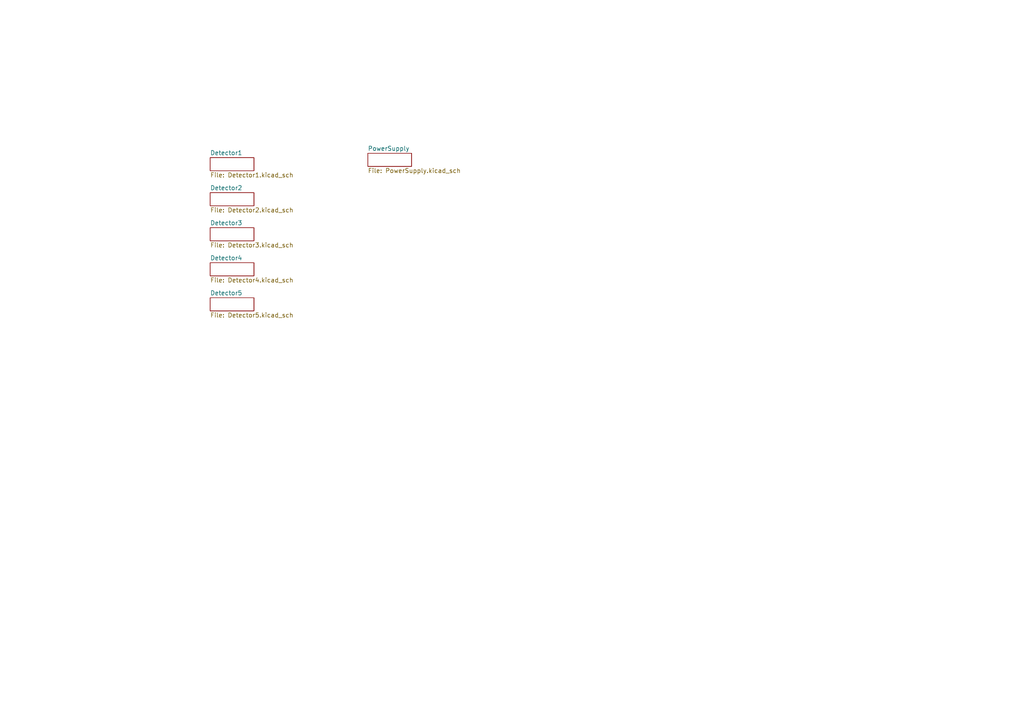
<source format=kicad_sch>
(kicad_sch (version 20210621) (generator eeschema)
  (paper "A4")
  (lib_symbols)
  (sheet (at 60.96 45.72) (size 12.7 3.81)
    (property "Sheet name" "Detector1" (at 60.96 45.0845 0) (effects (justify left bottom)))
    (property "Sheet file" "Detector1.kicad_sch" (at 60.96 50.0385 0) (effects (justify left top)))
  )
  (sheet (at 60.96 55.88) (size 12.7 3.81)
    (property "Sheet name" "Detector2" (at 60.96 55.2445 0) (effects (justify left bottom)))
    (property "Sheet file" "Detector2.kicad_sch" (at 60.96 60.1985 0) (effects (justify left top)))
  )
  (sheet (at 60.96 66.04) (size 12.7 3.81)
    (property "Sheet name" "Detector3" (at 60.96 65.4045 0) (effects (justify left bottom)))
    (property "Sheet file" "Detector3.kicad_sch" (at 60.96 70.3585 0) (effects (justify left top)))
  )
  (sheet (at 60.96 76.2) (size 12.7 3.81)
    (property "Sheet name" "Detector4" (at 60.96 75.5645 0) (effects (justify left bottom)))
    (property "Sheet file" "Detector4.kicad_sch" (at 60.96 80.5185 0) (effects (justify left top)))
  )
  (sheet (at 60.96 86.36) (size 12.7 3.81)
    (property "Sheet name" "Detector5" (at 60.96 85.7245 0) (effects (justify left bottom)))
    (property "Sheet file" "Detector5.kicad_sch" (at 60.96 90.6785 0) (effects (justify left top)))
  )
  (sheet (at 106.68 44.45) (size 12.7 3.81)
    (property "Sheet name" "PowerSupply" (at 106.68 43.8145 0) (effects (justify left bottom)))
    (property "Sheet file" "PowerSupply.kicad_sch" (at 106.68 48.7685 0) (effects (justify left top)))
  )
)
</source>
